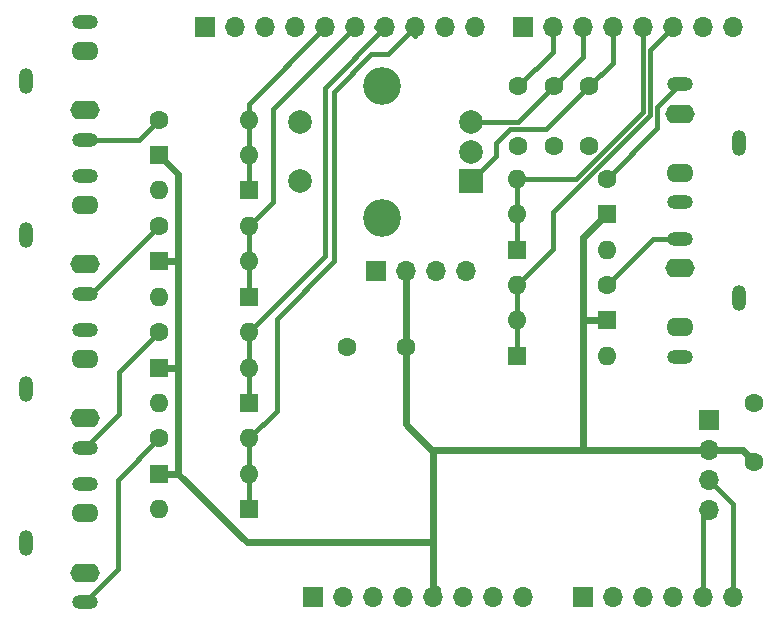
<source format=gbr>
%TF.GenerationSoftware,KiCad,Pcbnew,8.0.5*%
%TF.CreationDate,2024-10-10T20:00:25+01:00*%
%TF.ProjectId,ArduinoClockGenShield,41726475-696e-46f4-936c-6f636b47656e,rev?*%
%TF.SameCoordinates,Original*%
%TF.FileFunction,Copper,L1,Top*%
%TF.FilePolarity,Positive*%
%FSLAX46Y46*%
G04 Gerber Fmt 4.6, Leading zero omitted, Abs format (unit mm)*
G04 Created by KiCad (PCBNEW 8.0.5) date 2024-10-10 20:00:25*
%MOMM*%
%LPD*%
G01*
G04 APERTURE LIST*
%TA.AperFunction,ComponentPad*%
%ADD10R,1.700000X1.700000*%
%TD*%
%TA.AperFunction,ComponentPad*%
%ADD11O,1.700000X1.700000*%
%TD*%
%TA.AperFunction,ComponentPad*%
%ADD12C,1.600000*%
%TD*%
%TA.AperFunction,ComponentPad*%
%ADD13O,1.600000X1.600000*%
%TD*%
%TA.AperFunction,ComponentPad*%
%ADD14R,1.600000X1.600000*%
%TD*%
%TA.AperFunction,ComponentPad*%
%ADD15O,2.200000X1.200000*%
%TD*%
%TA.AperFunction,ComponentPad*%
%ADD16O,2.300000X1.600000*%
%TD*%
%TA.AperFunction,ComponentPad*%
%ADD17O,1.200000X2.200000*%
%TD*%
%TA.AperFunction,ComponentPad*%
%ADD18O,2.500000X1.600000*%
%TD*%
%TA.AperFunction,ComponentPad*%
%ADD19R,2.000000X2.000000*%
%TD*%
%TA.AperFunction,ComponentPad*%
%ADD20C,2.000000*%
%TD*%
%TA.AperFunction,ComponentPad*%
%ADD21C,3.200000*%
%TD*%
%TA.AperFunction,Conductor*%
%ADD22C,0.600000*%
%TD*%
%TA.AperFunction,Conductor*%
%ADD23C,0.400000*%
%TD*%
G04 APERTURE END LIST*
D10*
%TO.P,J1,1,Pin_1*%
%TO.N,unconnected-(J1-Pin_1-Pad1)*%
X127940000Y-97460000D03*
D11*
%TO.P,J1,2,Pin_2*%
%TO.N,/IOREF*%
X130480000Y-97460000D03*
%TO.P,J1,3,Pin_3*%
%TO.N,/~{RESET}*%
X133020000Y-97460000D03*
%TO.P,J1,4,Pin_4*%
%TO.N,+3V3*%
X135560000Y-97460000D03*
%TO.P,J1,5,Pin_5*%
%TO.N,+5V*%
X138100000Y-97460000D03*
%TO.P,J1,6,Pin_6*%
%TO.N,GND*%
X140640000Y-97460000D03*
%TO.P,J1,7,Pin_7*%
X143180000Y-97460000D03*
%TO.P,J1,8,Pin_8*%
%TO.N,VCC*%
X145720000Y-97460000D03*
%TD*%
D10*
%TO.P,J3,1,Pin_1*%
%TO.N,/A0*%
X150800000Y-97460000D03*
D11*
%TO.P,J3,2,Pin_2*%
%TO.N,/A1*%
X153340000Y-97460000D03*
%TO.P,J3,3,Pin_3*%
%TO.N,/A2*%
X155880000Y-97460000D03*
%TO.P,J3,4,Pin_4*%
%TO.N,/A3*%
X158420000Y-97460000D03*
%TO.P,J3,5,Pin_5*%
%TO.N,/LCD_SDA*%
X160960000Y-97460000D03*
%TO.P,J3,6,Pin_6*%
%TO.N,/LCD_SCL*%
X163500000Y-97460000D03*
%TD*%
D10*
%TO.P,J2,1,Pin_1*%
%TO.N,/LCD_SCL*%
X118796000Y-49200000D03*
D11*
%TO.P,J2,2,Pin_2*%
%TO.N,/LCD_SDA*%
X121336000Y-49200000D03*
%TO.P,J2,3,Pin_3*%
%TO.N,/AREF*%
X123876000Y-49200000D03*
%TO.P,J2,4,Pin_4*%
%TO.N,GND*%
X126416000Y-49200000D03*
%TO.P,J2,5,Pin_5*%
%TO.N,/13*%
X128956000Y-49200000D03*
%TO.P,J2,6,Pin_6*%
%TO.N,/12*%
X131496000Y-49200000D03*
%TO.P,J2,7,Pin_7*%
%TO.N,/\u002A11*%
X134036000Y-49200000D03*
%TO.P,J2,8,Pin_8*%
%TO.N,/\u002A10*%
X136576000Y-49200000D03*
%TO.P,J2,9,Pin_9*%
%TO.N,/\u002A9*%
X139116000Y-49200000D03*
%TO.P,J2,10,Pin_10*%
%TO.N,/8*%
X141656000Y-49200000D03*
%TD*%
D10*
%TO.P,J4,1,Pin_1*%
%TO.N,/7*%
X145720000Y-49200000D03*
D11*
%TO.P,J4,2,Pin_2*%
%TO.N,/\u002A6*%
X148260000Y-49200000D03*
%TO.P,J4,3,Pin_3*%
%TO.N,/\u002A5*%
X150800000Y-49200000D03*
%TO.P,J4,4,Pin_4*%
%TO.N,/4*%
X153340000Y-49200000D03*
%TO.P,J4,5,Pin_5*%
%TO.N,/\u002A3*%
X155880000Y-49200000D03*
%TO.P,J4,6,Pin_6*%
%TO.N,/2*%
X158420000Y-49200000D03*
%TO.P,J4,7,Pin_7*%
%TO.N,/TX{slash}1*%
X160960000Y-49200000D03*
%TO.P,J4,8,Pin_8*%
%TO.N,/RX{slash}0*%
X163500000Y-49200000D03*
%TD*%
D12*
%TO.P,C1,1*%
%TO.N,+5V*%
X165278000Y-85990000D03*
%TO.P,C1,2*%
%TO.N,GND*%
X165278000Y-80990000D03*
%TD*%
%TO.P,R2,1*%
%TO.N,Net-(J6-PadT)*%
X114880000Y-66000000D03*
D13*
%TO.P,R2,2*%
%TO.N,/12*%
X122500000Y-66000000D03*
%TD*%
D10*
%TO.P,A2,1,Pin_1*%
%TO.N,GND*%
X133260000Y-69820000D03*
D11*
%TO.P,A2,2,Pin_2*%
%TO.N,+5V*%
X135800000Y-69820000D03*
%TO.P,A2,3,Pin_3*%
%TO.N,/LCD_SCL*%
X138340000Y-69820000D03*
%TO.P,A2,4,Pin_4*%
%TO.N,/LCD_SDA*%
X140880000Y-69820000D03*
%TD*%
D12*
%TO.P,C4,1*%
%TO.N,/\u002A6*%
X145310000Y-54200000D03*
%TO.P,C4,2*%
%TO.N,GND*%
X145310000Y-59200000D03*
%TD*%
D14*
%TO.P,D1,1,K*%
%TO.N,+5V*%
X114880000Y-60000000D03*
D13*
%TO.P,D1,2,A*%
%TO.N,/13*%
X122500000Y-60000000D03*
%TD*%
D15*
%TO.P,J10,R*%
%TO.N,unconnected-(J10-PadR)*%
X159000000Y-64000000D03*
D16*
%TO.P,J10,RN*%
%TO.N,unconnected-(J10-PadRN)*%
X159000000Y-61500000D03*
D17*
%TO.P,J10,S*%
%TO.N,GND*%
X164000000Y-59000000D03*
D15*
%TO.P,J10,T*%
%TO.N,Net-(J10-PadT)*%
X159000000Y-54000000D03*
D18*
%TO.P,J10,TN*%
%TO.N,unconnected-(J10-PadTN)*%
X159000000Y-56500000D03*
%TD*%
D12*
%TO.P,R4,1*%
%TO.N,Net-(J8-PadT)*%
X114880000Y-84000000D03*
D13*
%TO.P,R4,2*%
%TO.N,/\u002A10*%
X122500000Y-84000000D03*
%TD*%
D15*
%TO.P,J8,R*%
%TO.N,unconnected-(J8-PadR)*%
X108600000Y-87850000D03*
D16*
%TO.P,J8,RN*%
%TO.N,unconnected-(J8-PadRN)*%
X108600000Y-90350000D03*
D17*
%TO.P,J8,S*%
%TO.N,GND*%
X103600000Y-92850000D03*
D15*
%TO.P,J8,T*%
%TO.N,Net-(J8-PadT)*%
X108600000Y-97850000D03*
D18*
%TO.P,J8,TN*%
%TO.N,unconnected-(J8-PadTN)*%
X108600000Y-95350000D03*
%TD*%
D15*
%TO.P,J9,R*%
%TO.N,unconnected-(J9-PadR)*%
X159000000Y-77100000D03*
D16*
%TO.P,J9,RN*%
%TO.N,unconnected-(J9-PadRN)*%
X159000000Y-74600000D03*
D17*
%TO.P,J9,S*%
%TO.N,GND*%
X164000000Y-72100000D03*
D15*
%TO.P,J9,T*%
%TO.N,Net-(J9-PadT)*%
X159000000Y-67100000D03*
D18*
%TO.P,J9,TN*%
%TO.N,unconnected-(J9-PadTN)*%
X159000000Y-69600000D03*
%TD*%
D14*
%TO.P,D8,1,K*%
%TO.N,/\u002A10*%
X122500000Y-90000000D03*
D13*
%TO.P,D8,2,A*%
%TO.N,GND*%
X114880000Y-90000000D03*
%TD*%
D19*
%TO.P,SW1,A,A*%
%TO.N,/4*%
X141290000Y-62220000D03*
D20*
%TO.P,SW1,B,B*%
%TO.N,/\u002A5*%
X141290000Y-57220000D03*
%TO.P,SW1,C,C*%
%TO.N,GND*%
X141290000Y-59720000D03*
D21*
%TO.P,SW1,MP*%
%TO.N,N/C*%
X133790000Y-65320000D03*
X133790000Y-54120000D03*
D20*
%TO.P,SW1,S1,S1*%
%TO.N,/\u002A6*%
X126790000Y-57220000D03*
%TO.P,SW1,S2,S2*%
%TO.N,GND*%
X126790000Y-62220000D03*
%TD*%
D14*
%TO.P,D7,1,K*%
%TO.N,+5V*%
X114880000Y-87000000D03*
D13*
%TO.P,D7,2,A*%
%TO.N,/\u002A10*%
X122500000Y-87000000D03*
%TD*%
D14*
%TO.P,D12,1,K*%
%TO.N,/\u002A3*%
X145160000Y-68010000D03*
D13*
%TO.P,D12,2,A*%
%TO.N,GND*%
X152780000Y-68010000D03*
%TD*%
D12*
%TO.P,R5,1*%
%TO.N,Net-(J9-PadT)*%
X152780000Y-71010000D03*
D13*
%TO.P,R5,2*%
%TO.N,/2*%
X145160000Y-71010000D03*
%TD*%
D12*
%TO.P,R6,1*%
%TO.N,Net-(J10-PadT)*%
X152780000Y-62010000D03*
D13*
%TO.P,R6,2*%
%TO.N,/\u002A3*%
X145160000Y-62010000D03*
%TD*%
D14*
%TO.P,D2,1,K*%
%TO.N,/13*%
X122500000Y-63000000D03*
D13*
%TO.P,D2,2,A*%
%TO.N,GND*%
X114880000Y-63000000D03*
%TD*%
D14*
%TO.P,D3,1,K*%
%TO.N,+5V*%
X114880000Y-69000000D03*
D13*
%TO.P,D3,2,A*%
%TO.N,/12*%
X122500000Y-69000000D03*
%TD*%
D14*
%TO.P,D11,1,K*%
%TO.N,+5V*%
X152780000Y-65010000D03*
D13*
%TO.P,D11,2,A*%
%TO.N,/\u002A3*%
X145160000Y-65010000D03*
%TD*%
D14*
%TO.P,D5,1,K*%
%TO.N,+5V*%
X114880000Y-78000000D03*
D13*
%TO.P,D5,2,A*%
%TO.N,/\u002A11*%
X122500000Y-78000000D03*
%TD*%
D12*
%TO.P,C5,1*%
%TO.N,GND*%
X130800000Y-76260000D03*
%TO.P,C5,2*%
%TO.N,+5V*%
X135800000Y-76260000D03*
%TD*%
D15*
%TO.P,J6,R*%
%TO.N,unconnected-(J6-PadR)*%
X108600000Y-61750000D03*
D16*
%TO.P,J6,RN*%
%TO.N,unconnected-(J6-PadRN)*%
X108600000Y-64250000D03*
D17*
%TO.P,J6,S*%
%TO.N,GND*%
X103600000Y-66750000D03*
D15*
%TO.P,J6,T*%
%TO.N,Net-(J6-PadT)*%
X108600000Y-71750000D03*
D18*
%TO.P,J6,TN*%
%TO.N,unconnected-(J6-PadTN)*%
X108600000Y-69250000D03*
%TD*%
D14*
%TO.P,D9,1,K*%
%TO.N,+5V*%
X152780000Y-74010000D03*
D13*
%TO.P,D9,2,A*%
%TO.N,/2*%
X145160000Y-74010000D03*
%TD*%
D12*
%TO.P,C2,1*%
%TO.N,/4*%
X151310000Y-54200000D03*
%TO.P,C2,2*%
%TO.N,GND*%
X151310000Y-59200000D03*
%TD*%
D14*
%TO.P,D4,1,K*%
%TO.N,/12*%
X122500000Y-72000000D03*
D13*
%TO.P,D4,2,A*%
%TO.N,GND*%
X114880000Y-72000000D03*
%TD*%
D10*
%TO.P,A1,1,Pin_1*%
%TO.N,GND*%
X161468000Y-82474000D03*
D11*
%TO.P,A1,2,Pin_2*%
%TO.N,+5V*%
X161468000Y-85014000D03*
%TO.P,A1,3,Pin_3*%
%TO.N,/LCD_SCL*%
X161468000Y-87554000D03*
%TO.P,A1,4,Pin_4*%
%TO.N,/LCD_SDA*%
X161468000Y-90094000D03*
%TD*%
D12*
%TO.P,R1,1*%
%TO.N,Net-(J5-PadT)*%
X114880000Y-57000000D03*
D13*
%TO.P,R1,2*%
%TO.N,/13*%
X122500000Y-57000000D03*
%TD*%
D12*
%TO.P,C3,1*%
%TO.N,/\u002A5*%
X148310000Y-54200000D03*
%TO.P,C3,2*%
%TO.N,GND*%
X148310000Y-59200000D03*
%TD*%
D15*
%TO.P,J5,R*%
%TO.N,unconnected-(J5-PadR)*%
X108600000Y-48700000D03*
D16*
%TO.P,J5,RN*%
%TO.N,unconnected-(J5-PadRN)*%
X108600000Y-51200000D03*
D17*
%TO.P,J5,S*%
%TO.N,GND*%
X103600000Y-53700000D03*
D15*
%TO.P,J5,T*%
%TO.N,Net-(J5-PadT)*%
X108600000Y-58700000D03*
D18*
%TO.P,J5,TN*%
%TO.N,unconnected-(J5-PadTN)*%
X108600000Y-56200000D03*
%TD*%
D14*
%TO.P,D10,1,K*%
%TO.N,/2*%
X145160000Y-77010000D03*
D13*
%TO.P,D10,2,A*%
%TO.N,GND*%
X152780000Y-77010000D03*
%TD*%
D15*
%TO.P,J7,R*%
%TO.N,unconnected-(J7-PadR)*%
X108600000Y-74800000D03*
D16*
%TO.P,J7,RN*%
%TO.N,unconnected-(J7-PadRN)*%
X108600000Y-77300000D03*
D17*
%TO.P,J7,S*%
%TO.N,GND*%
X103600000Y-79800000D03*
D15*
%TO.P,J7,T*%
%TO.N,Net-(J7-PadT)*%
X108600000Y-84800000D03*
D18*
%TO.P,J7,TN*%
%TO.N,unconnected-(J7-PadTN)*%
X108600000Y-82300000D03*
%TD*%
D14*
%TO.P,D6,1,K*%
%TO.N,/\u002A11*%
X122500000Y-81000000D03*
D13*
%TO.P,D6,2,A*%
%TO.N,GND*%
X114880000Y-81000000D03*
%TD*%
D12*
%TO.P,R3,1*%
%TO.N,Net-(J7-PadT)*%
X114880000Y-75000000D03*
D13*
%TO.P,R3,2*%
%TO.N,/\u002A11*%
X122500000Y-75000000D03*
%TD*%
D22*
%TO.N,+5V*%
X114880000Y-69000000D02*
X116470000Y-69000000D01*
X116510000Y-87000000D02*
X116510000Y-78000000D01*
X150820000Y-85014000D02*
X138196000Y-85014000D01*
X138100000Y-97080000D02*
X138400000Y-96780000D01*
X135800000Y-69820000D02*
X135800000Y-82810000D01*
X150820000Y-73930000D02*
X150820000Y-85014000D01*
X161468000Y-85014000D02*
X150820000Y-85014000D01*
X152780000Y-65010000D02*
X152760000Y-65010000D01*
X138100000Y-97460000D02*
X138100000Y-92800000D01*
X116510000Y-61630000D02*
X114880000Y-60000000D01*
X150820000Y-66970000D02*
X152780000Y-65010000D01*
X116510000Y-68960000D02*
X116510000Y-61630000D01*
X150820000Y-73930000D02*
X150820000Y-66970000D01*
X138196000Y-85014000D02*
X138100000Y-85110000D01*
X138100000Y-92800000D02*
X138100000Y-85110000D01*
X135800000Y-82810000D02*
X138100000Y-85110000D01*
X152780000Y-74010000D02*
X150900000Y-74010000D01*
X150900000Y-74010000D02*
X150820000Y-73930000D01*
X164302000Y-85014000D02*
X165278000Y-85990000D01*
X116470000Y-69000000D02*
X116510000Y-68960000D01*
X161468000Y-85014000D02*
X164302000Y-85014000D01*
X122310000Y-92800000D02*
X116510000Y-87000000D01*
X116510000Y-78000000D02*
X116510000Y-68960000D01*
X114880000Y-78000000D02*
X116510000Y-78000000D01*
X138100000Y-97460000D02*
X138100000Y-97080000D01*
X116510000Y-87000000D02*
X114880000Y-87000000D01*
X122310000Y-92800000D02*
X138100000Y-92800000D01*
D23*
%TO.N,/13*%
X122500000Y-63000000D02*
X122500000Y-60000000D01*
X122500000Y-57000000D02*
X122500000Y-60000000D01*
X122500000Y-55656000D02*
X128956000Y-49200000D01*
X122500000Y-57000000D02*
X122500000Y-55656000D01*
%TO.N,/12*%
X124560000Y-56136000D02*
X124560000Y-63940000D01*
X131496000Y-49200000D02*
X124560000Y-56136000D01*
X122500000Y-66000000D02*
X122500000Y-69000000D01*
X122500000Y-69000000D02*
X122500000Y-72000000D01*
X124560000Y-63940000D02*
X122500000Y-66000000D01*
%TO.N,/\u002A11*%
X128940000Y-54296000D02*
X128940000Y-68560000D01*
X134036000Y-49200000D02*
X128940000Y-54296000D01*
X122500000Y-75000000D02*
X122500000Y-78000000D01*
X128940000Y-68560000D02*
X122500000Y-75000000D01*
X134036000Y-49200000D02*
X133263767Y-49200000D01*
X122500000Y-78000000D02*
X122500000Y-81000000D01*
%TO.N,/\u002A10*%
X132865000Y-51485000D02*
X129695000Y-54655000D01*
X134291000Y-51485000D02*
X136576000Y-49200000D01*
X136576000Y-49952528D02*
X136576000Y-49200000D01*
X122500000Y-84000000D02*
X122500000Y-87000000D01*
X124840000Y-81660000D02*
X122500000Y-84000000D01*
X122500000Y-87000000D02*
X122500000Y-90000000D01*
X129695000Y-54655000D02*
X129695000Y-69015000D01*
X129695000Y-69015000D02*
X124840000Y-73870000D01*
X124840000Y-73870000D02*
X124840000Y-81660000D01*
X132865000Y-51485000D02*
X134291000Y-51485000D01*
%TO.N,/4*%
X143410000Y-58990000D02*
X143410000Y-60100000D01*
X153340000Y-52170000D02*
X151310000Y-54200000D01*
X151310000Y-54200000D02*
X147690000Y-57820000D01*
X144580000Y-57820000D02*
X143410000Y-58990000D01*
X153340000Y-49200000D02*
X153340000Y-52170000D01*
X147690000Y-57820000D02*
X144580000Y-57820000D01*
X143410000Y-60100000D02*
X141290000Y-62220000D01*
%TO.N,/2*%
X145160000Y-71010000D02*
X145160000Y-74010000D01*
X145160000Y-74010000D02*
X145160000Y-77010000D01*
X158420000Y-49200000D02*
X156480000Y-51140000D01*
X148240000Y-64852943D02*
X148240000Y-67930000D01*
X156480000Y-56612943D02*
X148240000Y-64852943D01*
X148240000Y-67930000D02*
X145160000Y-71010000D01*
X156480000Y-51140000D02*
X156480000Y-56612943D01*
%TO.N,/\u002A6*%
X148260000Y-49200000D02*
X148260000Y-51250000D01*
X148260000Y-51250000D02*
X145310000Y-54200000D01*
%TO.N,/\u002A5*%
X150800000Y-51710000D02*
X148310000Y-54200000D01*
X145290000Y-57220000D02*
X141290000Y-57220000D01*
X148310000Y-54200000D02*
X145290000Y-57220000D01*
X150800000Y-49200000D02*
X150800000Y-51710000D01*
%TO.N,/\u002A3*%
X145160000Y-62010000D02*
X150197057Y-62010000D01*
X155880000Y-56327057D02*
X155880000Y-49200000D01*
X145160000Y-65010000D02*
X145160000Y-68010000D01*
X150197057Y-62010000D02*
X155880000Y-56327057D01*
X145160000Y-62010000D02*
X145160000Y-65010000D01*
%TO.N,Net-(J5-PadT)*%
X113180000Y-58700000D02*
X108600000Y-58700000D01*
X114880000Y-57000000D02*
X113180000Y-58700000D01*
%TO.N,/LCD_SDA*%
X160960000Y-90602000D02*
X161468000Y-90094000D01*
X160960000Y-97460000D02*
X160960000Y-90602000D01*
%TO.N,/LCD_SCL*%
X161468000Y-87554000D02*
X163500000Y-89586000D01*
X163500000Y-89586000D02*
X163500000Y-97460000D01*
%TO.N,Net-(J6-PadT)*%
X108600000Y-71750000D02*
X109130000Y-71750000D01*
X109130000Y-71750000D02*
X114880000Y-66000000D01*
%TO.N,Net-(J7-PadT)*%
X111490000Y-78390000D02*
X114880000Y-75000000D01*
X111490000Y-81910000D02*
X111490000Y-78390000D01*
X111490000Y-81910000D02*
X108600000Y-84800000D01*
%TO.N,Net-(J8-PadT)*%
X111380000Y-87500000D02*
X114880000Y-84000000D01*
X111380000Y-95070000D02*
X111380000Y-87500000D01*
X111380000Y-95070000D02*
X108600000Y-97850000D01*
%TO.N,Net-(J9-PadT)*%
X159000000Y-67100000D02*
X156690000Y-67100000D01*
X156690000Y-67100000D02*
X152780000Y-71010000D01*
%TO.N,Net-(J10-PadT)*%
X157080000Y-57710000D02*
X152780000Y-62010000D01*
X157080000Y-55920000D02*
X157080000Y-57710000D01*
X159000000Y-54000000D02*
X157080000Y-55920000D01*
%TD*%
M02*

</source>
